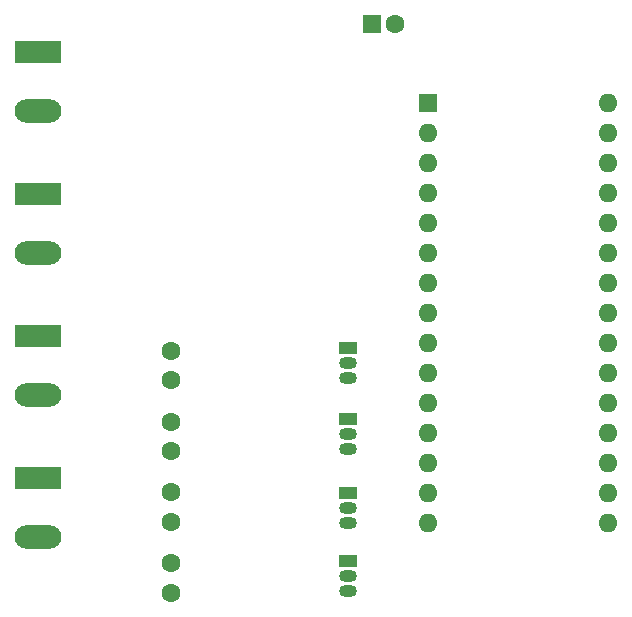
<source format=gbr>
%TF.GenerationSoftware,KiCad,Pcbnew,7.0.2-0*%
%TF.CreationDate,2023-05-07T21:32:26-07:00*%
%TF.ProjectId,VR-better,56522d62-6574-4746-9572-2e6b69636164,rev?*%
%TF.SameCoordinates,Original*%
%TF.FileFunction,Soldermask,Bot*%
%TF.FilePolarity,Negative*%
%FSLAX46Y46*%
G04 Gerber Fmt 4.6, Leading zero omitted, Abs format (unit mm)*
G04 Created by KiCad (PCBNEW 7.0.2-0) date 2023-05-07 21:32:26*
%MOMM*%
%LPD*%
G01*
G04 APERTURE LIST*
%ADD10R,1.500000X1.050000*%
%ADD11O,1.500000X1.050000*%
%ADD12C,1.600000*%
%ADD13R,1.600000X1.600000*%
%ADD14R,3.960000X1.980000*%
%ADD15O,3.960000X1.980000*%
%ADD16O,1.600000X1.600000*%
G04 APERTURE END LIST*
D10*
%TO.C,BJT0*%
X87220000Y-129300000D03*
D11*
X87220000Y-130570000D03*
X87220000Y-131840000D03*
%TD*%
D12*
%TO.C,C0*%
X72220000Y-132000000D03*
X72220000Y-129500000D03*
%TD*%
%TO.C,C_Pow1*%
X91220000Y-101840000D03*
D13*
X89220000Y-101840000D03*
%TD*%
D14*
%TO.C,DOWN(3)*%
X61000000Y-140235000D03*
D15*
X61000000Y-145235000D03*
%TD*%
D11*
%TO.C,BJT2*%
X87220000Y-144110000D03*
X87220000Y-142840000D03*
D10*
X87220000Y-141570000D03*
%TD*%
D11*
%TO.C,BJT3*%
X87220000Y-149840000D03*
X87220000Y-148570000D03*
D10*
X87220000Y-147300000D03*
%TD*%
D14*
%TO.C,LEFT(0)*%
X61000000Y-104235000D03*
D15*
X61000000Y-109235000D03*
%TD*%
%TO.C,RIGHT(1)*%
X61000000Y-121235000D03*
D14*
X61000000Y-116235000D03*
%TD*%
D12*
%TO.C,C3*%
X72220000Y-147500000D03*
X72220000Y-150000000D03*
%TD*%
%TO.C,C2*%
X72220000Y-141500000D03*
X72220000Y-144000000D03*
%TD*%
D13*
%TO.C,A1*%
X93954600Y-108559600D03*
D16*
X93954600Y-111099600D03*
X93954600Y-113639600D03*
X93954600Y-116179600D03*
X93954600Y-118719600D03*
X93954600Y-121259600D03*
X93954600Y-123799600D03*
X93954600Y-126339600D03*
X93954600Y-128879600D03*
X93954600Y-131419600D03*
X93954600Y-133959600D03*
X93954600Y-136499600D03*
X93954600Y-139039600D03*
X93954600Y-141579600D03*
X93954600Y-144119600D03*
X109194600Y-144119600D03*
X109194600Y-141579600D03*
X109194600Y-139039600D03*
X109194600Y-136499600D03*
X109194600Y-133959600D03*
X109194600Y-131419600D03*
X109194600Y-128879600D03*
X109194600Y-126339600D03*
X109194600Y-123799600D03*
X109194600Y-121259600D03*
X109194600Y-118719600D03*
X109194600Y-116179600D03*
X109194600Y-113639600D03*
X109194600Y-111099600D03*
X109194600Y-108559600D03*
%TD*%
D14*
%TO.C,UP(2)*%
X61000000Y-128235000D03*
D15*
X61000000Y-133235000D03*
%TD*%
D12*
%TO.C,C1*%
X72220000Y-135500000D03*
X72220000Y-138000000D03*
%TD*%
D10*
%TO.C,BJT1*%
X87220000Y-135300000D03*
D11*
X87220000Y-136570000D03*
X87220000Y-137840000D03*
%TD*%
M02*

</source>
